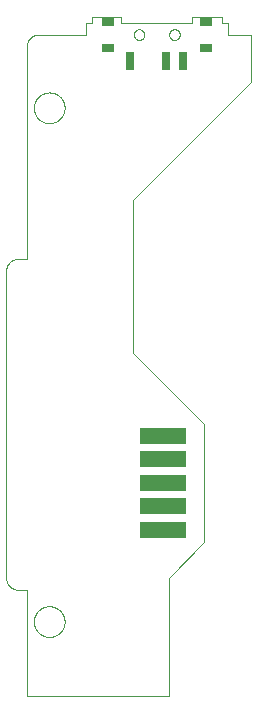
<source format=gbp>
G75*
%MOIN*%
%OFA0B0*%
%FSLAX25Y25*%
%IPPOS*%
%LPD*%
%AMOC8*
5,1,8,0,0,1.08239X$1,22.5*
%
%ADD10C,0.00000*%
%ADD11C,0.00039*%
%ADD12R,0.03937X0.03150*%
%ADD13R,0.02756X0.05906*%
%ADD14R,0.15748X0.05512*%
D10*
X0021709Y0041556D02*
X0021709Y0143918D01*
X0021711Y0144042D01*
X0021717Y0144165D01*
X0021726Y0144289D01*
X0021740Y0144411D01*
X0021757Y0144534D01*
X0021779Y0144656D01*
X0021804Y0144777D01*
X0021833Y0144897D01*
X0021865Y0145016D01*
X0021902Y0145135D01*
X0021942Y0145252D01*
X0021985Y0145367D01*
X0022033Y0145482D01*
X0022084Y0145594D01*
X0022138Y0145705D01*
X0022196Y0145815D01*
X0022257Y0145922D01*
X0022322Y0146028D01*
X0022390Y0146131D01*
X0022461Y0146232D01*
X0022535Y0146331D01*
X0022612Y0146428D01*
X0022693Y0146522D01*
X0022776Y0146613D01*
X0022862Y0146702D01*
X0022951Y0146788D01*
X0023042Y0146871D01*
X0023136Y0146952D01*
X0023233Y0147029D01*
X0023332Y0147103D01*
X0023433Y0147174D01*
X0023536Y0147242D01*
X0023642Y0147307D01*
X0023749Y0147368D01*
X0023859Y0147426D01*
X0023970Y0147480D01*
X0024082Y0147531D01*
X0024197Y0147579D01*
X0024312Y0147622D01*
X0024429Y0147662D01*
X0024548Y0147699D01*
X0024667Y0147731D01*
X0024787Y0147760D01*
X0024908Y0147785D01*
X0025030Y0147807D01*
X0025153Y0147824D01*
X0025275Y0147838D01*
X0025399Y0147847D01*
X0025522Y0147853D01*
X0025646Y0147855D01*
X0028599Y0147855D01*
X0028599Y0218721D01*
X0028601Y0218845D01*
X0028607Y0218968D01*
X0028616Y0219092D01*
X0028630Y0219214D01*
X0028647Y0219337D01*
X0028669Y0219459D01*
X0028694Y0219580D01*
X0028723Y0219700D01*
X0028755Y0219819D01*
X0028792Y0219938D01*
X0028832Y0220055D01*
X0028875Y0220170D01*
X0028923Y0220285D01*
X0028974Y0220397D01*
X0029028Y0220508D01*
X0029086Y0220618D01*
X0029147Y0220725D01*
X0029212Y0220831D01*
X0029280Y0220934D01*
X0029351Y0221035D01*
X0029425Y0221134D01*
X0029502Y0221231D01*
X0029583Y0221325D01*
X0029666Y0221416D01*
X0029752Y0221505D01*
X0029841Y0221591D01*
X0029932Y0221674D01*
X0030026Y0221755D01*
X0030123Y0221832D01*
X0030222Y0221906D01*
X0030323Y0221977D01*
X0030426Y0222045D01*
X0030532Y0222110D01*
X0030639Y0222171D01*
X0030749Y0222229D01*
X0030860Y0222283D01*
X0030972Y0222334D01*
X0031087Y0222382D01*
X0031202Y0222425D01*
X0031319Y0222465D01*
X0031438Y0222502D01*
X0031557Y0222534D01*
X0031677Y0222563D01*
X0031798Y0222588D01*
X0031920Y0222610D01*
X0032043Y0222627D01*
X0032165Y0222641D01*
X0032289Y0222650D01*
X0032412Y0222656D01*
X0032536Y0222658D01*
X0048284Y0222658D01*
X0048284Y0226595D01*
X0050253Y0226595D01*
X0050253Y0228564D01*
X0060095Y0228564D01*
X0060095Y0226595D01*
X0083717Y0226595D01*
X0083717Y0228564D01*
X0093560Y0228564D01*
X0093560Y0226595D01*
X0095528Y0226595D01*
X0095528Y0222658D01*
X0103402Y0222658D01*
X0103402Y0206910D01*
X0064032Y0167540D01*
X0064032Y0116359D01*
X0087654Y0092737D01*
X0087654Y0053367D01*
X0075843Y0041556D01*
X0075843Y0002186D01*
X0028599Y0002186D01*
X0028599Y0037619D01*
X0025646Y0037619D01*
X0025522Y0037621D01*
X0025399Y0037627D01*
X0025275Y0037636D01*
X0025153Y0037650D01*
X0025030Y0037667D01*
X0024908Y0037689D01*
X0024787Y0037714D01*
X0024667Y0037743D01*
X0024548Y0037775D01*
X0024429Y0037812D01*
X0024312Y0037852D01*
X0024197Y0037895D01*
X0024082Y0037943D01*
X0023970Y0037994D01*
X0023859Y0038048D01*
X0023749Y0038106D01*
X0023642Y0038167D01*
X0023536Y0038232D01*
X0023433Y0038300D01*
X0023332Y0038371D01*
X0023233Y0038445D01*
X0023136Y0038522D01*
X0023042Y0038603D01*
X0022951Y0038686D01*
X0022862Y0038772D01*
X0022776Y0038861D01*
X0022693Y0038952D01*
X0022612Y0039046D01*
X0022535Y0039143D01*
X0022461Y0039242D01*
X0022390Y0039343D01*
X0022322Y0039446D01*
X0022257Y0039552D01*
X0022196Y0039659D01*
X0022138Y0039769D01*
X0022084Y0039880D01*
X0022033Y0039992D01*
X0021985Y0040107D01*
X0021942Y0040222D01*
X0021902Y0040339D01*
X0021865Y0040458D01*
X0021833Y0040577D01*
X0021804Y0040697D01*
X0021779Y0040818D01*
X0021757Y0040940D01*
X0021740Y0041063D01*
X0021726Y0041185D01*
X0021717Y0041309D01*
X0021711Y0041432D01*
X0021709Y0041556D01*
X0064229Y0222658D02*
X0064231Y0222742D01*
X0064237Y0222825D01*
X0064247Y0222908D01*
X0064261Y0222991D01*
X0064278Y0223073D01*
X0064300Y0223154D01*
X0064325Y0223233D01*
X0064354Y0223312D01*
X0064387Y0223389D01*
X0064423Y0223464D01*
X0064463Y0223538D01*
X0064506Y0223610D01*
X0064553Y0223679D01*
X0064603Y0223746D01*
X0064656Y0223811D01*
X0064712Y0223873D01*
X0064770Y0223933D01*
X0064832Y0223990D01*
X0064896Y0224043D01*
X0064963Y0224094D01*
X0065032Y0224141D01*
X0065103Y0224186D01*
X0065176Y0224226D01*
X0065251Y0224263D01*
X0065328Y0224297D01*
X0065406Y0224327D01*
X0065485Y0224353D01*
X0065566Y0224376D01*
X0065648Y0224394D01*
X0065730Y0224409D01*
X0065813Y0224420D01*
X0065896Y0224427D01*
X0065980Y0224430D01*
X0066064Y0224429D01*
X0066147Y0224424D01*
X0066231Y0224415D01*
X0066313Y0224402D01*
X0066395Y0224386D01*
X0066476Y0224365D01*
X0066557Y0224341D01*
X0066635Y0224313D01*
X0066713Y0224281D01*
X0066789Y0224245D01*
X0066863Y0224206D01*
X0066935Y0224164D01*
X0067005Y0224118D01*
X0067073Y0224069D01*
X0067138Y0224017D01*
X0067201Y0223962D01*
X0067261Y0223904D01*
X0067319Y0223843D01*
X0067373Y0223779D01*
X0067425Y0223713D01*
X0067473Y0223645D01*
X0067518Y0223574D01*
X0067559Y0223501D01*
X0067598Y0223427D01*
X0067632Y0223351D01*
X0067663Y0223273D01*
X0067690Y0223194D01*
X0067714Y0223113D01*
X0067733Y0223032D01*
X0067749Y0222950D01*
X0067761Y0222867D01*
X0067769Y0222783D01*
X0067773Y0222700D01*
X0067773Y0222616D01*
X0067769Y0222533D01*
X0067761Y0222449D01*
X0067749Y0222366D01*
X0067733Y0222284D01*
X0067714Y0222203D01*
X0067690Y0222122D01*
X0067663Y0222043D01*
X0067632Y0221965D01*
X0067598Y0221889D01*
X0067559Y0221815D01*
X0067518Y0221742D01*
X0067473Y0221671D01*
X0067425Y0221603D01*
X0067373Y0221537D01*
X0067319Y0221473D01*
X0067261Y0221412D01*
X0067201Y0221354D01*
X0067138Y0221299D01*
X0067073Y0221247D01*
X0067005Y0221198D01*
X0066935Y0221152D01*
X0066863Y0221110D01*
X0066789Y0221071D01*
X0066713Y0221035D01*
X0066635Y0221003D01*
X0066557Y0220975D01*
X0066476Y0220951D01*
X0066395Y0220930D01*
X0066313Y0220914D01*
X0066231Y0220901D01*
X0066147Y0220892D01*
X0066064Y0220887D01*
X0065980Y0220886D01*
X0065896Y0220889D01*
X0065813Y0220896D01*
X0065730Y0220907D01*
X0065648Y0220922D01*
X0065566Y0220940D01*
X0065485Y0220963D01*
X0065406Y0220989D01*
X0065328Y0221019D01*
X0065251Y0221053D01*
X0065176Y0221090D01*
X0065103Y0221130D01*
X0065032Y0221175D01*
X0064963Y0221222D01*
X0064896Y0221273D01*
X0064832Y0221326D01*
X0064770Y0221383D01*
X0064712Y0221443D01*
X0064656Y0221505D01*
X0064603Y0221570D01*
X0064553Y0221637D01*
X0064506Y0221706D01*
X0064463Y0221778D01*
X0064423Y0221852D01*
X0064387Y0221927D01*
X0064354Y0222004D01*
X0064325Y0222083D01*
X0064300Y0222162D01*
X0064278Y0222243D01*
X0064261Y0222325D01*
X0064247Y0222408D01*
X0064237Y0222491D01*
X0064231Y0222574D01*
X0064229Y0222658D01*
X0076040Y0222658D02*
X0076042Y0222742D01*
X0076048Y0222825D01*
X0076058Y0222908D01*
X0076072Y0222991D01*
X0076089Y0223073D01*
X0076111Y0223154D01*
X0076136Y0223233D01*
X0076165Y0223312D01*
X0076198Y0223389D01*
X0076234Y0223464D01*
X0076274Y0223538D01*
X0076317Y0223610D01*
X0076364Y0223679D01*
X0076414Y0223746D01*
X0076467Y0223811D01*
X0076523Y0223873D01*
X0076581Y0223933D01*
X0076643Y0223990D01*
X0076707Y0224043D01*
X0076774Y0224094D01*
X0076843Y0224141D01*
X0076914Y0224186D01*
X0076987Y0224226D01*
X0077062Y0224263D01*
X0077139Y0224297D01*
X0077217Y0224327D01*
X0077296Y0224353D01*
X0077377Y0224376D01*
X0077459Y0224394D01*
X0077541Y0224409D01*
X0077624Y0224420D01*
X0077707Y0224427D01*
X0077791Y0224430D01*
X0077875Y0224429D01*
X0077958Y0224424D01*
X0078042Y0224415D01*
X0078124Y0224402D01*
X0078206Y0224386D01*
X0078287Y0224365D01*
X0078368Y0224341D01*
X0078446Y0224313D01*
X0078524Y0224281D01*
X0078600Y0224245D01*
X0078674Y0224206D01*
X0078746Y0224164D01*
X0078816Y0224118D01*
X0078884Y0224069D01*
X0078949Y0224017D01*
X0079012Y0223962D01*
X0079072Y0223904D01*
X0079130Y0223843D01*
X0079184Y0223779D01*
X0079236Y0223713D01*
X0079284Y0223645D01*
X0079329Y0223574D01*
X0079370Y0223501D01*
X0079409Y0223427D01*
X0079443Y0223351D01*
X0079474Y0223273D01*
X0079501Y0223194D01*
X0079525Y0223113D01*
X0079544Y0223032D01*
X0079560Y0222950D01*
X0079572Y0222867D01*
X0079580Y0222783D01*
X0079584Y0222700D01*
X0079584Y0222616D01*
X0079580Y0222533D01*
X0079572Y0222449D01*
X0079560Y0222366D01*
X0079544Y0222284D01*
X0079525Y0222203D01*
X0079501Y0222122D01*
X0079474Y0222043D01*
X0079443Y0221965D01*
X0079409Y0221889D01*
X0079370Y0221815D01*
X0079329Y0221742D01*
X0079284Y0221671D01*
X0079236Y0221603D01*
X0079184Y0221537D01*
X0079130Y0221473D01*
X0079072Y0221412D01*
X0079012Y0221354D01*
X0078949Y0221299D01*
X0078884Y0221247D01*
X0078816Y0221198D01*
X0078746Y0221152D01*
X0078674Y0221110D01*
X0078600Y0221071D01*
X0078524Y0221035D01*
X0078446Y0221003D01*
X0078368Y0220975D01*
X0078287Y0220951D01*
X0078206Y0220930D01*
X0078124Y0220914D01*
X0078042Y0220901D01*
X0077958Y0220892D01*
X0077875Y0220887D01*
X0077791Y0220886D01*
X0077707Y0220889D01*
X0077624Y0220896D01*
X0077541Y0220907D01*
X0077459Y0220922D01*
X0077377Y0220940D01*
X0077296Y0220963D01*
X0077217Y0220989D01*
X0077139Y0221019D01*
X0077062Y0221053D01*
X0076987Y0221090D01*
X0076914Y0221130D01*
X0076843Y0221175D01*
X0076774Y0221222D01*
X0076707Y0221273D01*
X0076643Y0221326D01*
X0076581Y0221383D01*
X0076523Y0221443D01*
X0076467Y0221505D01*
X0076414Y0221570D01*
X0076364Y0221637D01*
X0076317Y0221706D01*
X0076274Y0221778D01*
X0076234Y0221852D01*
X0076198Y0221927D01*
X0076165Y0222004D01*
X0076136Y0222083D01*
X0076111Y0222162D01*
X0076089Y0222243D01*
X0076072Y0222325D01*
X0076058Y0222408D01*
X0076048Y0222491D01*
X0076042Y0222574D01*
X0076040Y0222658D01*
D11*
X0030961Y0198249D02*
X0030963Y0198392D01*
X0030969Y0198535D01*
X0030979Y0198677D01*
X0030993Y0198819D01*
X0031011Y0198961D01*
X0031033Y0199103D01*
X0031058Y0199243D01*
X0031088Y0199383D01*
X0031122Y0199522D01*
X0031159Y0199660D01*
X0031201Y0199797D01*
X0031246Y0199932D01*
X0031295Y0200066D01*
X0031347Y0200199D01*
X0031403Y0200331D01*
X0031463Y0200460D01*
X0031527Y0200588D01*
X0031594Y0200715D01*
X0031665Y0200839D01*
X0031739Y0200961D01*
X0031816Y0201081D01*
X0031897Y0201199D01*
X0031981Y0201315D01*
X0032068Y0201428D01*
X0032158Y0201539D01*
X0032252Y0201647D01*
X0032348Y0201753D01*
X0032447Y0201855D01*
X0032550Y0201955D01*
X0032654Y0202052D01*
X0032762Y0202147D01*
X0032872Y0202238D01*
X0032985Y0202326D01*
X0033100Y0202410D01*
X0033217Y0202492D01*
X0033337Y0202570D01*
X0033458Y0202645D01*
X0033582Y0202717D01*
X0033708Y0202785D01*
X0033835Y0202849D01*
X0033965Y0202910D01*
X0034096Y0202967D01*
X0034228Y0203021D01*
X0034362Y0203070D01*
X0034497Y0203117D01*
X0034634Y0203159D01*
X0034772Y0203197D01*
X0034910Y0203232D01*
X0035050Y0203262D01*
X0035190Y0203289D01*
X0035331Y0203312D01*
X0035473Y0203331D01*
X0035615Y0203346D01*
X0035758Y0203357D01*
X0035900Y0203364D01*
X0036043Y0203367D01*
X0036186Y0203366D01*
X0036329Y0203361D01*
X0036472Y0203352D01*
X0036614Y0203339D01*
X0036756Y0203322D01*
X0036897Y0203301D01*
X0037038Y0203276D01*
X0037178Y0203248D01*
X0037317Y0203215D01*
X0037455Y0203178D01*
X0037592Y0203138D01*
X0037728Y0203094D01*
X0037863Y0203046D01*
X0037996Y0202994D01*
X0038128Y0202939D01*
X0038258Y0202880D01*
X0038387Y0202817D01*
X0038513Y0202751D01*
X0038638Y0202681D01*
X0038761Y0202608D01*
X0038881Y0202532D01*
X0039000Y0202452D01*
X0039116Y0202368D01*
X0039230Y0202282D01*
X0039341Y0202192D01*
X0039450Y0202100D01*
X0039556Y0202004D01*
X0039660Y0201906D01*
X0039761Y0201804D01*
X0039858Y0201700D01*
X0039953Y0201593D01*
X0040045Y0201484D01*
X0040134Y0201372D01*
X0040220Y0201257D01*
X0040302Y0201141D01*
X0040381Y0201021D01*
X0040457Y0200900D01*
X0040529Y0200777D01*
X0040598Y0200652D01*
X0040663Y0200525D01*
X0040725Y0200396D01*
X0040783Y0200265D01*
X0040838Y0200133D01*
X0040888Y0199999D01*
X0040935Y0199864D01*
X0040979Y0199728D01*
X0041018Y0199591D01*
X0041053Y0199452D01*
X0041085Y0199313D01*
X0041113Y0199173D01*
X0041137Y0199032D01*
X0041157Y0198890D01*
X0041173Y0198748D01*
X0041185Y0198606D01*
X0041193Y0198463D01*
X0041197Y0198320D01*
X0041197Y0198178D01*
X0041193Y0198035D01*
X0041185Y0197892D01*
X0041173Y0197750D01*
X0041157Y0197608D01*
X0041137Y0197466D01*
X0041113Y0197325D01*
X0041085Y0197185D01*
X0041053Y0197046D01*
X0041018Y0196907D01*
X0040979Y0196770D01*
X0040935Y0196634D01*
X0040888Y0196499D01*
X0040838Y0196365D01*
X0040783Y0196233D01*
X0040725Y0196102D01*
X0040663Y0195973D01*
X0040598Y0195846D01*
X0040529Y0195721D01*
X0040457Y0195598D01*
X0040381Y0195477D01*
X0040302Y0195357D01*
X0040220Y0195241D01*
X0040134Y0195126D01*
X0040045Y0195014D01*
X0039953Y0194905D01*
X0039858Y0194798D01*
X0039761Y0194694D01*
X0039660Y0194592D01*
X0039556Y0194494D01*
X0039450Y0194398D01*
X0039341Y0194306D01*
X0039230Y0194216D01*
X0039116Y0194130D01*
X0039000Y0194046D01*
X0038881Y0193966D01*
X0038761Y0193890D01*
X0038638Y0193817D01*
X0038513Y0193747D01*
X0038387Y0193681D01*
X0038258Y0193618D01*
X0038128Y0193559D01*
X0037996Y0193504D01*
X0037863Y0193452D01*
X0037728Y0193404D01*
X0037592Y0193360D01*
X0037455Y0193320D01*
X0037317Y0193283D01*
X0037178Y0193250D01*
X0037038Y0193222D01*
X0036897Y0193197D01*
X0036756Y0193176D01*
X0036614Y0193159D01*
X0036472Y0193146D01*
X0036329Y0193137D01*
X0036186Y0193132D01*
X0036043Y0193131D01*
X0035900Y0193134D01*
X0035758Y0193141D01*
X0035615Y0193152D01*
X0035473Y0193167D01*
X0035331Y0193186D01*
X0035190Y0193209D01*
X0035050Y0193236D01*
X0034910Y0193266D01*
X0034772Y0193301D01*
X0034634Y0193339D01*
X0034497Y0193381D01*
X0034362Y0193428D01*
X0034228Y0193477D01*
X0034096Y0193531D01*
X0033965Y0193588D01*
X0033835Y0193649D01*
X0033708Y0193713D01*
X0033582Y0193781D01*
X0033458Y0193853D01*
X0033337Y0193928D01*
X0033217Y0194006D01*
X0033100Y0194088D01*
X0032985Y0194172D01*
X0032872Y0194260D01*
X0032762Y0194351D01*
X0032654Y0194446D01*
X0032550Y0194543D01*
X0032447Y0194643D01*
X0032348Y0194745D01*
X0032252Y0194851D01*
X0032158Y0194959D01*
X0032068Y0195070D01*
X0031981Y0195183D01*
X0031897Y0195299D01*
X0031816Y0195417D01*
X0031739Y0195537D01*
X0031665Y0195659D01*
X0031594Y0195783D01*
X0031527Y0195910D01*
X0031463Y0196038D01*
X0031403Y0196167D01*
X0031347Y0196299D01*
X0031295Y0196432D01*
X0031246Y0196566D01*
X0031201Y0196701D01*
X0031159Y0196838D01*
X0031122Y0196976D01*
X0031088Y0197115D01*
X0031058Y0197255D01*
X0031033Y0197395D01*
X0031011Y0197537D01*
X0030993Y0197679D01*
X0030979Y0197821D01*
X0030969Y0197963D01*
X0030963Y0198106D01*
X0030961Y0198249D01*
X0030961Y0026989D02*
X0030963Y0027132D01*
X0030969Y0027275D01*
X0030979Y0027417D01*
X0030993Y0027559D01*
X0031011Y0027701D01*
X0031033Y0027843D01*
X0031058Y0027983D01*
X0031088Y0028123D01*
X0031122Y0028262D01*
X0031159Y0028400D01*
X0031201Y0028537D01*
X0031246Y0028672D01*
X0031295Y0028806D01*
X0031347Y0028939D01*
X0031403Y0029071D01*
X0031463Y0029200D01*
X0031527Y0029328D01*
X0031594Y0029455D01*
X0031665Y0029579D01*
X0031739Y0029701D01*
X0031816Y0029821D01*
X0031897Y0029939D01*
X0031981Y0030055D01*
X0032068Y0030168D01*
X0032158Y0030279D01*
X0032252Y0030387D01*
X0032348Y0030493D01*
X0032447Y0030595D01*
X0032550Y0030695D01*
X0032654Y0030792D01*
X0032762Y0030887D01*
X0032872Y0030978D01*
X0032985Y0031066D01*
X0033100Y0031150D01*
X0033217Y0031232D01*
X0033337Y0031310D01*
X0033458Y0031385D01*
X0033582Y0031457D01*
X0033708Y0031525D01*
X0033835Y0031589D01*
X0033965Y0031650D01*
X0034096Y0031707D01*
X0034228Y0031761D01*
X0034362Y0031810D01*
X0034497Y0031857D01*
X0034634Y0031899D01*
X0034772Y0031937D01*
X0034910Y0031972D01*
X0035050Y0032002D01*
X0035190Y0032029D01*
X0035331Y0032052D01*
X0035473Y0032071D01*
X0035615Y0032086D01*
X0035758Y0032097D01*
X0035900Y0032104D01*
X0036043Y0032107D01*
X0036186Y0032106D01*
X0036329Y0032101D01*
X0036472Y0032092D01*
X0036614Y0032079D01*
X0036756Y0032062D01*
X0036897Y0032041D01*
X0037038Y0032016D01*
X0037178Y0031988D01*
X0037317Y0031955D01*
X0037455Y0031918D01*
X0037592Y0031878D01*
X0037728Y0031834D01*
X0037863Y0031786D01*
X0037996Y0031734D01*
X0038128Y0031679D01*
X0038258Y0031620D01*
X0038387Y0031557D01*
X0038513Y0031491D01*
X0038638Y0031421D01*
X0038761Y0031348D01*
X0038881Y0031272D01*
X0039000Y0031192D01*
X0039116Y0031108D01*
X0039230Y0031022D01*
X0039341Y0030932D01*
X0039450Y0030840D01*
X0039556Y0030744D01*
X0039660Y0030646D01*
X0039761Y0030544D01*
X0039858Y0030440D01*
X0039953Y0030333D01*
X0040045Y0030224D01*
X0040134Y0030112D01*
X0040220Y0029997D01*
X0040302Y0029881D01*
X0040381Y0029761D01*
X0040457Y0029640D01*
X0040529Y0029517D01*
X0040598Y0029392D01*
X0040663Y0029265D01*
X0040725Y0029136D01*
X0040783Y0029005D01*
X0040838Y0028873D01*
X0040888Y0028739D01*
X0040935Y0028604D01*
X0040979Y0028468D01*
X0041018Y0028331D01*
X0041053Y0028192D01*
X0041085Y0028053D01*
X0041113Y0027913D01*
X0041137Y0027772D01*
X0041157Y0027630D01*
X0041173Y0027488D01*
X0041185Y0027346D01*
X0041193Y0027203D01*
X0041197Y0027060D01*
X0041197Y0026918D01*
X0041193Y0026775D01*
X0041185Y0026632D01*
X0041173Y0026490D01*
X0041157Y0026348D01*
X0041137Y0026206D01*
X0041113Y0026065D01*
X0041085Y0025925D01*
X0041053Y0025786D01*
X0041018Y0025647D01*
X0040979Y0025510D01*
X0040935Y0025374D01*
X0040888Y0025239D01*
X0040838Y0025105D01*
X0040783Y0024973D01*
X0040725Y0024842D01*
X0040663Y0024713D01*
X0040598Y0024586D01*
X0040529Y0024461D01*
X0040457Y0024338D01*
X0040381Y0024217D01*
X0040302Y0024097D01*
X0040220Y0023981D01*
X0040134Y0023866D01*
X0040045Y0023754D01*
X0039953Y0023645D01*
X0039858Y0023538D01*
X0039761Y0023434D01*
X0039660Y0023332D01*
X0039556Y0023234D01*
X0039450Y0023138D01*
X0039341Y0023046D01*
X0039230Y0022956D01*
X0039116Y0022870D01*
X0039000Y0022786D01*
X0038881Y0022706D01*
X0038761Y0022630D01*
X0038638Y0022557D01*
X0038513Y0022487D01*
X0038387Y0022421D01*
X0038258Y0022358D01*
X0038128Y0022299D01*
X0037996Y0022244D01*
X0037863Y0022192D01*
X0037728Y0022144D01*
X0037592Y0022100D01*
X0037455Y0022060D01*
X0037317Y0022023D01*
X0037178Y0021990D01*
X0037038Y0021962D01*
X0036897Y0021937D01*
X0036756Y0021916D01*
X0036614Y0021899D01*
X0036472Y0021886D01*
X0036329Y0021877D01*
X0036186Y0021872D01*
X0036043Y0021871D01*
X0035900Y0021874D01*
X0035758Y0021881D01*
X0035615Y0021892D01*
X0035473Y0021907D01*
X0035331Y0021926D01*
X0035190Y0021949D01*
X0035050Y0021976D01*
X0034910Y0022006D01*
X0034772Y0022041D01*
X0034634Y0022079D01*
X0034497Y0022121D01*
X0034362Y0022168D01*
X0034228Y0022217D01*
X0034096Y0022271D01*
X0033965Y0022328D01*
X0033835Y0022389D01*
X0033708Y0022453D01*
X0033582Y0022521D01*
X0033458Y0022593D01*
X0033337Y0022668D01*
X0033217Y0022746D01*
X0033100Y0022828D01*
X0032985Y0022912D01*
X0032872Y0023000D01*
X0032762Y0023091D01*
X0032654Y0023186D01*
X0032550Y0023283D01*
X0032447Y0023383D01*
X0032348Y0023485D01*
X0032252Y0023591D01*
X0032158Y0023699D01*
X0032068Y0023810D01*
X0031981Y0023923D01*
X0031897Y0024039D01*
X0031816Y0024157D01*
X0031739Y0024277D01*
X0031665Y0024399D01*
X0031594Y0024523D01*
X0031527Y0024650D01*
X0031463Y0024778D01*
X0031403Y0024907D01*
X0031347Y0025039D01*
X0031295Y0025172D01*
X0031246Y0025306D01*
X0031201Y0025441D01*
X0031159Y0025578D01*
X0031122Y0025716D01*
X0031088Y0025855D01*
X0031058Y0025995D01*
X0031033Y0026135D01*
X0031011Y0026277D01*
X0030993Y0026419D01*
X0030979Y0026561D01*
X0030969Y0026703D01*
X0030963Y0026846D01*
X0030961Y0026989D01*
D12*
X0055568Y0218328D03*
X0055568Y0226989D03*
X0088245Y0226989D03*
X0088245Y0218328D03*
D13*
X0080764Y0213800D03*
X0074859Y0213800D03*
X0063048Y0213800D03*
D14*
X0073875Y0088997D03*
X0073875Y0081123D03*
X0073875Y0073249D03*
X0073875Y0065375D03*
X0073875Y0057501D03*
M02*

</source>
